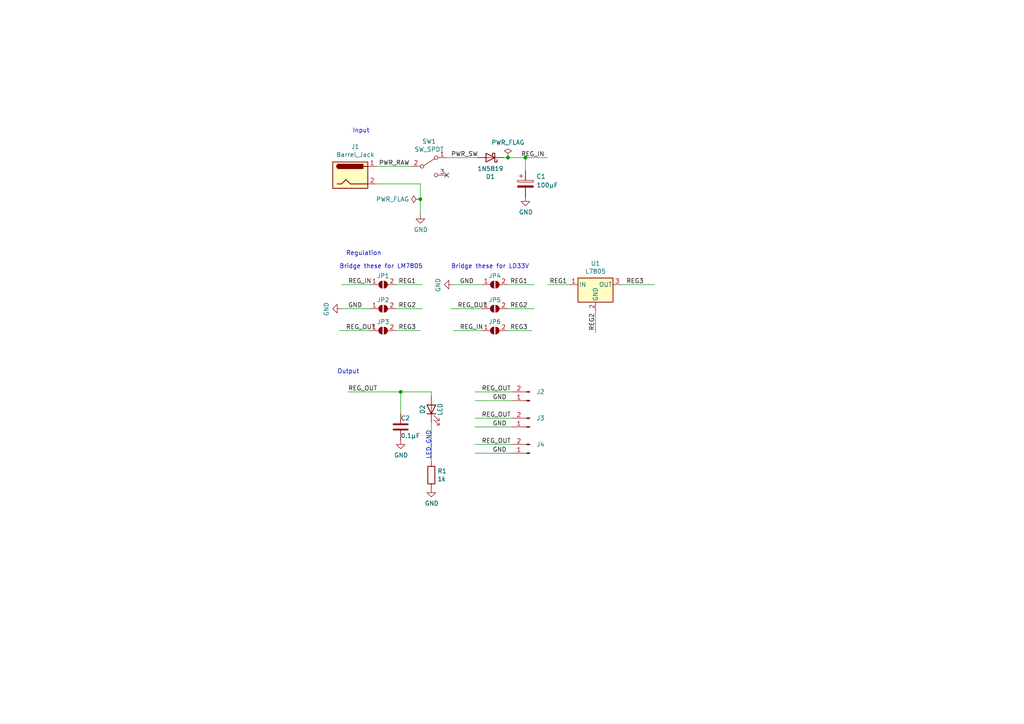
<source format=kicad_sch>
(kicad_sch (version 20211123) (generator eeschema)
  (paper "A4")
  (lib_symbols
    (symbol "Connector:Barrel_Jack" (pin_names (offset 1.016))
      (property "Reference" "J" (at 0 5.334 0))
      (property "Value" "Barrel_Jack" (at 0 -5.08 0))
      (symbol "Barrel_Jack_0_1"
        (rectangle (start -5.08 3.81) (end 5.08 -3.81) (stroke (width 0.254)) (fill (type background)))
        (arc (start -3.302 3.175) (mid -3.937 2.54) (end -3.302 1.905) (stroke (width 0.254)))
        (arc (start -3.302 3.175) (mid -3.937 2.54) (end -3.302 1.905) (stroke (width 0.254)) (fill (type outline)))
        (polyline (pts (xy 5.08 2.54) (xy 3.81 2.54)) (stroke (width 0.254)))
        (polyline (pts (xy -3.81 -2.54) (xy -2.54 -2.54) (xy -1.27 -1.27) (xy 0 -2.54) (xy 2.54 -2.54) (xy 5.08 -2.54)) (stroke (width 0.254)))
        (rectangle (start 3.683 3.175) (end -3.302 1.905) (stroke (width 0.254)) (fill (type outline)))
      )
      (symbol "Barrel_Jack_1_1"
        (pin passive line (at 7.62 2.54 180) (length 2.54) (name "~") (number "1"))
        (pin passive line (at 7.62 -2.54 180) (length 2.54) (name "~") (number "2"))
      )
    )
    (symbol "Connector:Conn_01x02_Male" (pin_names (offset 1.016) hide)
      (property "Reference" "J" (at 0 2.54 0))
      (property "Value" "Conn_01x02_Male" (at 0 -5.08 0))
      (symbol "Conn_01x02_Male_1_1"
        (polyline (pts (xy 1.27 -2.54) (xy 0.8636 -2.54)) (stroke (width 0.1524)))
        (polyline (pts (xy 1.27 0) (xy 0.8636 0)) (stroke (width 0.1524)))
        (rectangle (start 0.8636 -2.413) (end 0 -2.667) (stroke (width 0.1524)) (fill (type outline)))
        (rectangle (start 0.8636 0.127) (end 0 -0.127) (stroke (width 0.1524)) (fill (type outline)))
        (pin passive line (at 5.08 0 180) (length 3.81) (name "Pin_1") (number "1"))
        (pin passive line (at 5.08 -2.54 180) (length 3.81) (name "Pin_2") (number "2"))
      )
    )
    (symbol "Device:C" (pin_numbers hide) (pin_names (offset 0.254))
      (property "Reference" "C" (at 0.635 2.54 0))
      (property "Value" "C" (at 0.635 -2.54 0))
      (symbol "C_0_1"
        (polyline (pts (xy -2.032 -0.762) (xy 2.032 -0.762)) (stroke (width 0.508)))
        (polyline (pts (xy -2.032 0.762) (xy 2.032 0.762)) (stroke (width 0.508)))
      )
      (symbol "C_1_1"
        (pin passive line (at 0 3.81 270) (length 2.794) (name "~") (number "1"))
        (pin passive line (at 0 -3.81 90) (length 2.794) (name "~") (number "2"))
      )
    )
    (symbol "Device:C_Polarized" (pin_numbers hide) (pin_names (offset 0.254))
      (property "Reference" "C" (at 0.635 2.54 0))
      (property "Value" "C_Polarized" (at 0.635 -2.54 0))
      (symbol "C_Polarized_0_1"
        (rectangle (start -2.286 0.508) (end 2.286 1.016))
        (polyline (pts (xy -1.778 2.286) (xy -0.762 2.286)))
        (polyline (pts (xy -1.27 2.794) (xy -1.27 1.778)))
        (rectangle (start 2.286 -0.508) (end -2.286 -1.016) (fill (type outline)))
      )
      (symbol "C_Polarized_1_1"
        (pin passive line (at 0 3.81 270) (length 2.794) (name "~") (number "1"))
        (pin passive line (at 0 -3.81 90) (length 2.794) (name "~") (number "2"))
      )
    )
    (symbol "Device:LED" (pin_numbers hide) (pin_names (offset 1.016) hide)
      (property "Reference" "D" (at 0 2.54 0))
      (property "Value" "LED" (at 0 -2.54 0))
      (symbol "LED_0_1"
        (polyline (pts (xy -1.27 -1.27) (xy -1.27 1.27)) (stroke (width 0.254)))
        (polyline (pts (xy -1.27 0) (xy 1.27 0)))
        (polyline (pts (xy 1.27 -1.27) (xy 1.27 1.27) (xy -1.27 0) (xy 1.27 -1.27)) (stroke (width 0.254)))
        (polyline (pts (xy -3.048 -0.762) (xy -4.572 -2.286) (xy -3.81 -2.286) (xy -4.572 -2.286) (xy -4.572 -1.524)))
        (polyline (pts (xy -1.778 -0.762) (xy -3.302 -2.286) (xy -2.54 -2.286) (xy -3.302 -2.286) (xy -3.302 -1.524)))
      )
      (symbol "LED_1_1"
        (pin passive line (at -3.81 0 0) (length 2.54) (name "K") (number "1"))
        (pin passive line (at 3.81 0 180) (length 2.54) (name "A") (number "2"))
      )
    )
    (symbol "Device:R" (pin_numbers hide) (pin_names (offset 0))
      (property "Reference" "R" (at 2.032 0 90))
      (property "Value" "R" (at 0 0 90))
      (symbol "R_0_1"
        (rectangle (start -1.016 -2.54) (end 1.016 2.54) (stroke (width 0.254)))
      )
      (symbol "R_1_1"
        (pin passive line (at 0 3.81 270) (length 1.27) (name "~") (number "1"))
        (pin passive line (at 0 -3.81 90) (length 1.27) (name "~") (number "2"))
      )
    )
    (symbol "Diode:1N5819" (pin_numbers hide) (pin_names (offset 1.016) hide)
      (property "Reference" "D" (at 0 2.54 0))
      (property "Value" "1N5819" (at 0 -2.54 0))
      (symbol "1N5819_0_1"
        (polyline (pts (xy 1.27 0) (xy -1.27 0)))
        (polyline (pts (xy 1.27 1.27) (xy 1.27 -1.27) (xy -1.27 0) (xy 1.27 1.27)) (stroke (width 0.254)))
        (polyline (pts (xy -1.905 0.635) (xy -1.905 1.27) (xy -1.27 1.27) (xy -1.27 -1.27) (xy -0.635 -1.27) (xy -0.635 -0.635)) (stroke (width 0.254)))
      )
      (symbol "1N5819_1_1"
        (pin passive line (at -3.81 0 0) (length 2.54) (name "K") (number "1"))
        (pin passive line (at 3.81 0 180) (length 2.54) (name "A") (number "2"))
      )
    )
    (symbol "Jumper:SolderJumper_2_Open" (pin_names (offset 0) hide)
      (property "Reference" "JP" (at 0 2.032 0))
      (property "Value" "SolderJumper_2_Open" (at 0 -2.54 0))
      (symbol "SolderJumper_2_Open_0_1"
        (arc (start -0.254 1.016) (mid -1.27 0) (end -0.254 -1.016))
        (arc (start -0.254 1.016) (mid -1.27 0) (end -0.254 -1.016) (fill (type outline)))
        (polyline (pts (xy -0.254 1.016) (xy -0.254 -1.016)))
        (polyline (pts (xy 0.254 1.016) (xy 0.254 -1.016)))
        (arc (start 0.254 -1.016) (mid 1.27 0) (end 0.254 1.016))
        (arc (start 0.254 -1.016) (mid 1.27 0) (end 0.254 1.016) (fill (type outline)))
      )
      (symbol "SolderJumper_2_Open_1_1"
        (pin passive line (at -3.81 0 0) (length 2.54) (name "A") (number "1"))
        (pin passive line (at 3.81 0 180) (length 2.54) (name "B") (number "2"))
      )
    )
    (symbol "Regulator_Linear:L7805" (pin_names (offset 0.254))
      (property "Reference" "U" (at -3.81 3.175 0))
      (property "Value" "L7805" (at 0 3.175 0))
      (symbol "L7805_0_1"
        (rectangle (start -5.08 1.905) (end 5.08 -5.08) (stroke (width 0.254)) (fill (type background)))
      )
      (symbol "L7805_1_1"
        (pin power_in line (at -7.62 0 0) (length 2.54) (name "IN") (number "1"))
        (pin power_in line (at 0 -7.62 90) (length 2.54) (name "GND") (number "2"))
        (pin power_out line (at 7.62 0 180) (length 2.54) (name "OUT") (number "3"))
      )
    )
    (symbol "Switch:SW_SPDT" (pin_names (offset 0) hide)
      (property "Reference" "SW" (at 0 4.318 0))
      (property "Value" "SW_SPDT" (at 0 -5.08 0))
      (symbol "SW_SPDT_0_0"
        (circle (center -2.032 0) (radius 0.508))
        (circle (center 2.032 -2.54) (radius 0.508))
      )
      (symbol "SW_SPDT_0_1"
        (polyline (pts (xy -1.524 0.254) (xy 1.651 2.286)))
        (circle (center 2.032 2.54) (radius 0.508))
      )
      (symbol "SW_SPDT_1_1"
        (pin passive line (at 5.08 2.54 180) (length 2.54) (name "A") (number "1"))
        (pin passive line (at -5.08 0 0) (length 2.54) (name "B") (number "2"))
        (pin passive line (at 5.08 -2.54 180) (length 2.54) (name "C") (number "3"))
      )
    )
    (symbol "power:GND" (power) (pin_names (offset 0))
      (property "Value" "GND" (at 0 -3.81 0))
      (symbol "GND_0_1"
        (polyline (pts (xy 0 0) (xy 0 -1.27) (xy 1.27 -1.27) (xy 0 -2.54) (xy -1.27 -1.27) (xy 0 -1.27)))
      )
      (symbol "GND_1_1"
        (pin power_in line (at 0 0 270) (length 0) hide (name "GND") (number "1"))
      )
    )
    (symbol "power:PWR_FLAG" (power) (pin_numbers hide) (pin_names (offset 0) hide)
      (property "Value" "PWR_FLAG" (at 0 3.81 0))
      (symbol "PWR_FLAG_0_0"
        (pin power_out line (at 0 0 90) (length 0) (name "pwr") (number "1"))
      )
      (symbol "PWR_FLAG_0_1"
        (polyline (pts (xy 0 0) (xy 0 1.27) (xy -1.016 1.905) (xy 0 2.54) (xy 1.016 1.905) (xy 0 1.27)))
      )
    )
  )
  (junction (at 147.32 45.72))
  (junction (at 116.205 113.665))
  (junction (at 152.4 45.72))
  (junction (at 121.92 57.785))
  (no_connect (at 129.54 50.8))
  (wire (pts (xy 147.32 45.72) (xy 152.4 45.72)))
  (wire (pts (xy 137.795 128.905) (xy 148.59 128.905)))
  (wire (pts (xy 109.22 53.34) (xy 121.92 53.34)))
  (wire (pts (xy 158.75 82.55) (xy 165.1 82.55)))
  (wire (pts (xy 99.06 82.55) (xy 107.315 82.55)))
  (wire (pts (xy 129.54 45.72) (xy 138.43 45.72)))
  (wire (pts (xy 152.4 45.72) (xy 152.4 49.53)))
  (wire (pts (xy 131.445 95.885) (xy 139.7 95.885)))
  (wire (pts (xy 100.965 113.665) (xy 116.205 113.665)))
  (wire (pts (xy 137.795 113.665) (xy 148.59 113.665)))
  (wire (pts (xy 180.34 82.55) (xy 189.865 82.55)))
  (wire (pts (xy 137.795 121.285) (xy 148.59 121.285)))
  (wire (pts (xy 131.445 82.55) (xy 139.7 82.55)))
  (wire (pts (xy 116.205 113.665) (xy 125.095 113.665)))
  (wire (pts (xy 172.72 90.17) (xy 172.72 96.52)))
  (wire (pts (xy 147.32 89.535) (xy 154.94 89.535)))
  (wire (pts (xy 125.095 122.555) (xy 125.095 133.985)))
  (wire (pts (xy 121.92 53.34) (xy 121.92 57.785)))
  (wire (pts (xy 125.095 113.665) (xy 125.095 114.935)))
  (wire (pts (xy 130.81 89.535) (xy 139.7 89.535)))
  (wire (pts (xy 114.935 82.55) (xy 122.555 82.55)))
  (wire (pts (xy 109.22 48.26) (xy 119.38 48.26)))
  (wire (pts (xy 137.795 131.445) (xy 148.59 131.445)))
  (wire (pts (xy 114.935 89.535) (xy 122.555 89.535)))
  (wire (pts (xy 137.795 116.205) (xy 148.59 116.205)))
  (wire (pts (xy 116.205 113.665) (xy 116.205 120.015)))
  (wire (pts (xy 99.06 89.535) (xy 107.315 89.535)))
  (wire (pts (xy 121.92 57.785) (xy 121.92 62.23)))
  (wire (pts (xy 152.4 45.72) (xy 158.75 45.72)))
  (wire (pts (xy 147.32 95.885) (xy 154.305 95.885)))
  (wire (pts (xy 147.32 82.55) (xy 154.94 82.55)))
  (wire (pts (xy 137.795 123.825) (xy 148.59 123.825)))
  (wire (pts (xy 146.05 45.72) (xy 147.32 45.72)))
  (wire (pts (xy 98.425 95.885) (xy 107.315 95.885)))
  (wire (pts (xy 114.935 95.885) (xy 121.92 95.885)))
  (text "Input" (at 102.235 38.735 0) (effects (font (size 1.27 1.27)) (justify left bottom)))
  (text "Output" (at 97.79 108.585 0) (effects (font (size 1.27 1.27)) (justify left bottom)))
  (text "Bridge these for LD33V" (at 130.81 78.105 0) (effects (font (size 1.27 1.27)) (justify left bottom)))
  (text "Regulation" (at 100.33 74.295 0) (effects (font (size 1.27 1.27)) (justify left bottom)))
  (text "LED_GND" (at 125.095 133.35 90) (effects (font (size 1.27 1.27)) (justify left bottom)))
  (text "Bridge these for LM7805" (at 98.425 78.105 0) (effects (font (size 1.27 1.27)) (justify left bottom)))
  (label "REG_OUT" (at 139.7 128.905 0))
  (label "REG3" (at 181.61 82.55 0))
  (label "GND" (at 142.875 123.825 0))
  (label "REG_OUT" (at 132.715 89.535 0))
  (label "REG2" (at 147.955 89.535 0))
  (label "GND" (at 100.965 89.535 0))
  (label "REG3" (at 147.955 95.885 0))
  (label "REG3" (at 115.57 95.885 0))
  (label "GND" (at 142.875 116.205 0))
  (label "REG_OUT" (at 100.965 113.665 0))
  (label "REG_IN" (at 151.13 45.72 0))
  (label "REG_OUT" (at 139.7 113.665 0))
  (label "GND" (at 133.35 82.55 0))
  (label "REG1" (at 115.57 82.55 0))
  (label "REG_IN" (at 100.965 82.55 0))
  (label "PWR_SW" (at 130.81 45.72 0))
  (label "REG2" (at 115.57 89.535 0))
  (label "REG2" (at 172.72 95.885 90))
  (label "REG1" (at 147.955 82.55 0))
  (label "GND" (at 142.875 131.445 0))
  (label "REG_IN" (at 133.35 95.885 0))
  (label "REG_OUT" (at 139.7 121.285 0))
  (label "REG1" (at 159.385 82.55 0))
  (label "REG_OUT" (at 100.33 95.885 0))
  (label "PWR_RAW" (at 109.855 48.26 0))
  (symbol (lib_id "power:GND") (at 125.095 141.605 0) (unit 1)
    (property "Reference" "#PWR06" (effects hide))
    (property "Value" "GND" (at 125.222 145.9992 0))
  )
  (symbol (lib_id "Connector:Barrel_Jack") (at 101.6 50.8 0) (unit 1)
    (property "Reference" "J1" (at 103.0478 42.545 0))
    (property "Value" "Barrel_Jack" (at 103.0478 44.8564 0))
    (property "Footprint" "Connector_BarrelJack:BarrelJack_Horizontal" (effects hide))
  )
  (symbol (lib_id "Jumper:SolderJumper_2_Open") (at 111.125 89.535 0) (unit 1)
    (property "Reference" "JP2" (at 111.125 86.995 0))
    (property "Value" "SolderJumper_2_Open" (effects hide))
    (property "Footprint" "Jumper:SolderJumper-2_P1.3mm_Open_TrianglePad1.0x1.5mm" (effects hide))
  )
  (symbol (lib_id "power:PWR_FLAG") (at 121.92 57.785 90) (unit 1)
    (property "Reference" "#FLG02" (effects hide))
    (property "Value" "PWR_FLAG" (at 118.6942 57.785 90) (effects (justify left)))
  )
  (symbol (lib_id "power:GND") (at 152.4 57.15 0) (unit 1)
    (property "Reference" "#PWR03" (effects hide))
    (property "Value" "GND" (at 152.527 61.5442 0))
  )
  (symbol (lib_id "Switch:SW_SPDT") (at 124.46 48.26 0) (unit 1)
    (property "Reference" "SW1" (at 124.46 41.021 0))
    (property "Value" "SW_SPDT" (at 124.46 43.3324 0))
    (property "Footprint" "Connector_PinHeader_2.54mm:PinHeader_1x03_P2.54mm_Vertical" (effects hide))
  )
  (symbol (lib_id "Jumper:SolderJumper_2_Open") (at 111.125 82.55 0) (unit 1)
    (property "Reference" "JP1" (at 111.125 80.01 0))
    (property "Value" "SolderJumper_2_Open" (effects hide))
    (property "Footprint" "Jumper:SolderJumper-2_P1.3mm_Open_TrianglePad1.0x1.5mm" (effects hide))
  )
  (symbol (lib_id "Jumper:SolderJumper_2_Open") (at 143.51 89.535 0) (unit 1)
    (property "Reference" "JP5" (at 143.51 86.995 0))
    (property "Value" "SolderJumper_2_Open" (effects hide))
    (property "Footprint" "Jumper:SolderJumper-2_P1.3mm_Open_TrianglePad1.0x1.5mm" (effects hide))
  )
  (symbol (lib_id "Jumper:SolderJumper_2_Open") (at 143.51 95.885 0) (unit 1)
    (property "Reference" "JP6" (at 143.51 93.345 0))
    (property "Value" "SolderJumper_2_Open" (effects hide))
    (property "Footprint" "Jumper:SolderJumper-2_P1.3mm_Open_TrianglePad1.0x1.5mm" (effects hide))
  )
  (symbol (lib_id "Device:C") (at 116.205 123.825 0) (unit 1)
    (property "Reference" "C2" (at 116.205 121.285 0) (effects (justify left)))
    (property "Value" "0.1µF" (at 116.205 126.365 0) (effects (justify left)))
    (property "Footprint" "Capacitor_THT:C_Disc_D5.0mm_W2.5mm_P2.50mm" (effects hide))
  )
  (symbol (lib_id "power:GND") (at 99.06 89.535 270) (unit 1)
    (property "Reference" "#PWR02" (effects hide))
    (property "Value" "GND" (at 94.6658 89.662 0))
  )
  (symbol (lib_id "Regulator_Linear:L7805") (at 172.72 82.55 0) (unit 1)
    (property "Reference" "U1" (at 172.72 76.4032 0))
    (property "Value" "L7805" (at 172.72 78.7146 0))
    (property "Footprint" "Package_TO_SOT_THT:TO-220-3_Horizontal_TabUp" (effects hide))
    (property "Datasheet" "http://www.st.com/content/ccc/resource/technical/document/datasheet/41/4f/b3/b0/12/d4/47/88/CD00000444.pdf/files/CD00000444.pdf/jcr:content/translations/en.CD00000444.pdf" (effects hide))
  )
  (symbol (lib_id "Device:LED") (at 125.095 118.745 90) (unit 1)
    (property "Reference" "D2" (at 122.555 118.745 0))
    (property "Value" "LED" (at 127.635 118.745 0))
    (property "Footprint" "LED_THT:LED_D5.0mm" (effects hide))
  )
  (symbol (lib_id "power:GND") (at 131.445 82.55 270) (unit 1)
    (property "Reference" "#PWR01" (effects hide))
    (property "Value" "GND" (at 127.0508 82.677 0))
  )
  (symbol (lib_id "Jumper:SolderJumper_2_Open") (at 111.125 95.885 0) (unit 1)
    (property "Reference" "JP3" (at 111.125 93.345 0))
    (property "Value" "SolderJumper_2_Open" (effects hide))
    (property "Footprint" "Jumper:SolderJumper-2_P1.3mm_Open_TrianglePad1.0x1.5mm" (effects hide))
  )
  (symbol (lib_id "Connector:Conn_01x02_Male") (at 153.67 116.205 180) (unit 1)
    (property "Reference" "J2" (at 155.575 113.6649 0) (effects (justify right)))
    (property "Value" "Conn_01x02_Male" (effects hide))
    (property "Footprint" "Connector_PinHeader_2.54mm:PinHeader_1x02_P2.54mm_Vertical" (effects hide))
  )
  (symbol (lib_id "Connector:Conn_01x02_Male") (at 153.67 131.445 180) (unit 1)
    (property "Reference" "J4" (at 155.575 128.9049 0) (effects (justify right)))
    (property "Value" "Conn_01x02_Male" (effects hide))
    (property "Footprint" "Connector_PinHeader_2.54mm:PinHeader_1x02_P2.54mm_Vertical" (effects hide))
  )
  (symbol (lib_id "power:GND") (at 121.92 62.23 0) (unit 1)
    (property "Reference" "#PWR05" (effects hide))
    (property "Value" "GND" (at 122.047 66.6242 0))
  )
  (symbol (lib_id "Connector:Conn_01x02_Male") (at 153.67 123.825 180) (unit 1)
    (property "Reference" "J3" (at 155.575 121.2849 0) (effects (justify right)))
    (property "Value" "Conn_01x02_Male" (effects hide))
    (property "Footprint" "Connector_PinHeader_2.54mm:PinHeader_1x02_P2.54mm_Vertical" (effects hide))
  )
  (symbol (lib_id "power:PWR_FLAG") (at 147.32 45.72 0) (unit 1)
    (property "Reference" "#FLG01" (effects hide))
    (property "Value" "PWR_FLAG" (at 147.32 41.3258 0))
  )
  (symbol (lib_id "Device:R") (at 125.095 137.795 0) (unit 1)
    (property "Reference" "R1" (at 126.873 136.6266 0) (effects (justify left)))
    (property "Value" "1k" (at 126.873 138.938 0) (effects (justify left)))
    (property "Footprint" "Resistor_THT:R_Axial_DIN0207_L6.3mm_D2.5mm_P10.16mm_Horizontal" (effects hide))
  )
  (symbol (lib_id "Jumper:SolderJumper_2_Open") (at 143.51 82.55 0) (unit 1)
    (property "Reference" "JP4" (at 143.51 80.01 0))
    (property "Value" "SolderJumper_2_Open" (effects hide))
    (property "Footprint" "Jumper:SolderJumper-2_P1.3mm_Open_TrianglePad1.0x1.5mm" (effects hide))
  )
  (symbol (lib_id "Device:C_Polarized") (at 152.4 53.34 0) (unit 1)
    (property "Reference" "C1" (at 155.575 51.1809 0) (effects (justify left)))
    (property "Value" "100µF" (at 155.575 53.7209 0) (effects (justify left)))
    (property "Footprint" "Capacitor_THT:CP_Radial_D4.0mm_P1.50mm" (effects hide))
  )
  (symbol (lib_id "power:GND") (at 116.205 127.635 0) (unit 1)
    (property "Reference" "#PWR04" (effects hide))
    (property "Value" "GND" (at 116.332 132.0292 0))
  )
  (symbol (lib_id "Diode:1N5819") (at 142.24 45.72 180) (unit 1)
    (property "Reference" "D1" (at 142.24 51.2318 0))
    (property "Value" "1N5819" (at 142.24 48.9204 0))
    (property "Footprint" "Diode_THT:D_DO-41_SOD81_P10.16mm_Horizontal" (effects hide))
    (property "Datasheet" "http://www.vishay.com/docs/88525/1n5817.pdf" (effects hide))
  )
)
</source>
